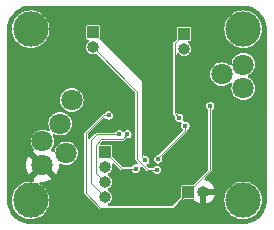
<source format=gbr>
%TF.GenerationSoftware,KiCad,Pcbnew,7.0.2-6a45011f42~172~ubuntu22.04.1*%
%TF.CreationDate,2023-05-25T16:12:51+01:00*%
%TF.ProjectId,module_stspin250,6d6f6475-6c65-45f7-9374-7370696e3235,rev?*%
%TF.SameCoordinates,Original*%
%TF.FileFunction,Copper,L4,Bot*%
%TF.FilePolarity,Positive*%
%FSLAX46Y46*%
G04 Gerber Fmt 4.6, Leading zero omitted, Abs format (unit mm)*
G04 Created by KiCad (PCBNEW 7.0.2-6a45011f42~172~ubuntu22.04.1) date 2023-05-25 16:12:51*
%MOMM*%
%LPD*%
G01*
G04 APERTURE LIST*
%TA.AperFunction,ComponentPad*%
%ADD10R,1.000000X1.000000*%
%TD*%
%TA.AperFunction,ComponentPad*%
%ADD11O,1.000000X1.000000*%
%TD*%
%TA.AperFunction,ComponentPad*%
%ADD12C,1.800000*%
%TD*%
%TA.AperFunction,SMDPad,CuDef*%
%ADD13C,3.000000*%
%TD*%
%TA.AperFunction,ViaPad*%
%ADD14C,0.400000*%
%TD*%
%TA.AperFunction,Conductor*%
%ADD15C,0.100000*%
%TD*%
G04 APERTURE END LIST*
D10*
%TO.P,J4,1,Pin_1*%
%TO.N,VCC*%
X15350000Y2700000D03*
D11*
%TO.P,J4,2,Pin_2*%
%TO.N,GND*%
X16620000Y2700000D03*
%TD*%
D12*
%TO.P,J5,1,Pin_1*%
%TO.N,PWMA*%
X4500000Y8500000D03*
%TD*%
%TO.P,J9,1,Pin_1*%
%TO.N,unconnected-(J9-Pin_1-Pad1)*%
X20000000Y13500000D03*
%TD*%
%TO.P,J7,1,Pin_1*%
%TO.N,+3.3V*%
X5500000Y10500000D03*
%TD*%
%TO.P,J8,1,Pin_1*%
%TO.N,GND*%
X3000000Y5000000D03*
%TD*%
%TO.P,J9,1,Pin_1*%
%TO.N,unconnected-(J9-Pin_1-Pad1)*%
X20000000Y11500000D03*
%TD*%
D10*
%TO.P,J1,1,Pin_1*%
%TO.N,OUTB1*%
X15000000Y16100000D03*
D11*
%TO.P,J1,2,Pin_2*%
%TO.N,OUTB2*%
X15000000Y14830000D03*
%TD*%
D12*
%TO.P,J10,1,Pin_1*%
%TO.N,unconnected-(J10-Pin_1-Pad1)*%
X18200000Y12700000D03*
%TD*%
%TO.P,J11,1,Pin_1*%
%TO.N,unconnected-(J11-Pin_1-Pad1)*%
X3000000Y7000000D03*
%TD*%
D10*
%TO.P,J3,1,Pin_1*%
%TO.N,PWMA*%
X8300000Y6100000D03*
D11*
%TO.P,J3,2,Pin_2*%
%TO.N,PHA*%
X8300000Y4830000D03*
%TO.P,J3,3,Pin_3*%
%TO.N,PWMB*%
X8300000Y3560000D03*
%TO.P,J3,4,Pin_4*%
%TO.N,PHB*%
X8300000Y2290000D03*
%TD*%
D10*
%TO.P,J2,1,Pin_1*%
%TO.N,OUTA1*%
X7250000Y16220000D03*
D11*
%TO.P,J2,2,Pin_2*%
%TO.N,OUTA2*%
X7250000Y14950000D03*
%TD*%
D12*
%TO.P,J6,1,Pin_1*%
%TO.N,PHA*%
X5000000Y6000000D03*
%TD*%
D13*
%TO.P,I8,1,conn*%
%TO.N,unconnected-(I8-conn-Pad1)*%
X20000000Y2000000D03*
%TD*%
%TO.P,I7,1,conn*%
%TO.N,unconnected-(I7-conn-Pad1)*%
X2000000Y2000000D03*
%TD*%
%TO.P,I5,1,conn*%
%TO.N,unconnected-(I5-conn-Pad1)*%
X20000000Y16500000D03*
%TD*%
%TO.P,I6,1,conn*%
%TO.N,unconnected-(I6-conn-Pad1)*%
X2000000Y16500000D03*
%TD*%
D14*
%TO.N,GND*%
X12800000Y6900000D03*
X15100000Y8900000D03*
X12100000Y7600000D03*
X13500000Y7600000D03*
X12800000Y8300000D03*
X12800000Y7600000D03*
%TO.N,VCC*%
X8600000Y9200000D03*
X17200000Y10000000D03*
%TO.N,OUTA1*%
X11700000Y5400000D03*
%TO.N,OUTB1*%
X14600000Y9000000D03*
%TO.N,OUTA2*%
X12700000Y4600000D03*
%TO.N,PWMB*%
X10200000Y7600000D03*
%TO.N,PWMA*%
X10900000Y4700000D03*
%TO.N,PHB*%
X9500000Y7600000D03*
%TO.N,/SENSE*%
X12800000Y5500000D03*
X15100000Y8327558D03*
%TD*%
D15*
%TO.N,VCC*%
X17200000Y10000000D02*
X17200000Y4550000D01*
X8200000Y9200000D02*
X6700000Y7700000D01*
X14050000Y1400000D02*
X15350000Y2700000D01*
X6700000Y2600000D02*
X7900000Y1400000D01*
X17200000Y4550000D02*
X15350000Y2700000D01*
X6700000Y7700000D02*
X6700000Y2600000D01*
X7900000Y1400000D02*
X14050000Y1400000D01*
X8600000Y9200000D02*
X8200000Y9200000D01*
%TO.N,OUTA1*%
X11400000Y12070000D02*
X7250000Y16220000D01*
X11400000Y5700000D02*
X11400000Y12070000D01*
X11700000Y5400000D02*
X11400000Y5700000D01*
%TO.N,OUTB1*%
X14200000Y15300000D02*
X15000000Y16100000D01*
X14200000Y9400000D02*
X14200000Y15300000D01*
X14600000Y9000000D02*
X14200000Y9400000D01*
%TO.N,OUTA2*%
X12700000Y4600000D02*
X11900000Y4600000D01*
X11000000Y11200000D02*
X7250000Y14950000D01*
X11900000Y4600000D02*
X11000000Y5500000D01*
X11000000Y5500000D02*
X11000000Y11200000D01*
%TO.N,PWMB*%
X8000000Y7200000D02*
X7500000Y6700000D01*
X9800000Y7200000D02*
X8000000Y7200000D01*
X10200000Y7600000D02*
X9800000Y7200000D01*
X7500000Y6700000D02*
X7500000Y4360000D01*
X7500000Y4360000D02*
X8300000Y3560000D01*
%TO.N,PWMA*%
X10900000Y4700000D02*
X9700000Y4700000D01*
X9700000Y4700000D02*
X8300000Y6100000D01*
%TO.N,PHB*%
X7100000Y3490000D02*
X8300000Y2290000D01*
X9500000Y7600000D02*
X7600000Y7600000D01*
X7600000Y7600000D02*
X7100000Y7100000D01*
X7100000Y7100000D02*
X7100000Y3490000D01*
%TO.N,/SENSE*%
X12800000Y5600000D02*
X12800000Y5500000D01*
X15100000Y8327558D02*
X15100000Y7900000D01*
X15100000Y7900000D02*
X12800000Y5600000D01*
%TD*%
%TA.AperFunction,Conductor*%
%TO.N,GND*%
G36*
X20004041Y18489236D02*
G01*
X20027062Y18487728D01*
X20251587Y18473012D01*
X20267647Y18470897D01*
X20506955Y18423296D01*
X20522606Y18419102D01*
X20753656Y18340671D01*
X20768634Y18334467D01*
X20987460Y18226554D01*
X21001506Y18218444D01*
X21204372Y18082894D01*
X21217241Y18073020D01*
X21400678Y17912149D01*
X21412147Y17900680D01*
X21573018Y17717243D01*
X21582892Y17704374D01*
X21718442Y17501508D01*
X21726552Y17487462D01*
X21834465Y17268637D01*
X21840672Y17253652D01*
X21919097Y17022620D01*
X21923295Y17006952D01*
X21970894Y16767654D01*
X21973011Y16751574D01*
X21989233Y16504092D01*
X21989499Y16495981D01*
X21989499Y2004052D01*
X21989234Y1995942D01*
X21973011Y1748423D01*
X21970893Y1732341D01*
X21923294Y1493049D01*
X21919096Y1477383D01*
X21840671Y1246350D01*
X21834464Y1231364D01*
X21726552Y1012540D01*
X21718442Y998493D01*
X21582891Y795627D01*
X21573017Y782759D01*
X21412147Y599322D01*
X21400678Y587853D01*
X21217241Y426983D01*
X21204373Y417109D01*
X21001507Y281558D01*
X20987460Y273448D01*
X20768636Y165536D01*
X20753650Y159329D01*
X20522617Y80904D01*
X20506951Y76706D01*
X20267659Y29107D01*
X20251577Y26989D01*
X20004043Y10765D01*
X19995933Y10500D01*
X2004067Y10500D01*
X1995957Y10765D01*
X1748422Y26989D01*
X1732340Y29107D01*
X1493048Y76706D01*
X1477382Y80904D01*
X1246349Y159329D01*
X1231363Y165536D01*
X1012539Y273448D01*
X998492Y281558D01*
X814374Y404582D01*
X795625Y417110D01*
X782758Y426983D01*
X599321Y587853D01*
X587852Y599322D01*
X426982Y782759D01*
X417108Y795627D01*
X360311Y880629D01*
X281557Y998493D01*
X273447Y1012540D01*
X225942Y1108871D01*
X165532Y1231371D01*
X159331Y1246343D01*
X80900Y1477394D01*
X76708Y1493037D01*
X29104Y1732353D01*
X26989Y1748414D01*
X10765Y1995958D01*
X10633Y2000000D01*
X404582Y2000000D01*
X407563Y1962119D01*
X424224Y1750421D01*
X482666Y1506989D01*
X543082Y1361134D01*
X578472Y1275695D01*
X709280Y1062237D01*
X871869Y871869D01*
X1062237Y709280D01*
X1275695Y578472D01*
X1446572Y507693D01*
X1506988Y482667D01*
X1583894Y464204D01*
X1750422Y424224D01*
X2000000Y404582D01*
X2249578Y424224D01*
X2493011Y482667D01*
X2724305Y578472D01*
X2937763Y709280D01*
X3128131Y871869D01*
X3290720Y1062237D01*
X3421528Y1275695D01*
X3517333Y1506989D01*
X3575776Y1750422D01*
X3595418Y2000000D01*
X3575776Y2249578D01*
X3529063Y2444153D01*
X3517333Y2493012D01*
X3488611Y2562352D01*
X6559500Y2562352D01*
X6560915Y2559901D01*
X6573298Y2530007D01*
X6574031Y2527272D01*
X6587573Y2513731D01*
X6587573Y2513730D01*
X7774030Y1327273D01*
X7774031Y1327272D01*
X7827271Y1274032D01*
X7827272Y1274031D01*
X7829999Y1273301D01*
X7859902Y1260915D01*
X7862353Y1259500D01*
X7862354Y1259500D01*
X14087645Y1259500D01*
X14087647Y1259500D01*
X14090090Y1260911D01*
X14120001Y1273301D01*
X14122728Y1274031D01*
X14175969Y1327272D01*
X14921878Y2073183D01*
X14983201Y2106667D01*
X15009559Y2109501D01*
X15752319Y2109501D01*
X15819358Y2089816D01*
X15848172Y2064166D01*
X15909472Y1989473D01*
X16061742Y1864507D01*
X16235463Y1771651D01*
X16370000Y1730840D01*
X16370000Y2492328D01*
X16407871Y2447195D01*
X16507129Y2389888D01*
X16591564Y2375000D01*
X16648436Y2375000D01*
X16732871Y2389888D01*
X16832129Y2447195D01*
X16834483Y2450000D01*
X16870000Y2450000D01*
X16870000Y1730841D01*
X17004536Y1771651D01*
X17178257Y1864507D01*
X17330527Y1989473D01*
X17339166Y2000000D01*
X18404582Y2000000D01*
X18407563Y1962119D01*
X18424224Y1750421D01*
X18482666Y1506989D01*
X18543082Y1361134D01*
X18578472Y1275695D01*
X18709280Y1062237D01*
X18871869Y871869D01*
X19062237Y709280D01*
X19275695Y578472D01*
X19446572Y507693D01*
X19506988Y482667D01*
X19583894Y464204D01*
X19750422Y424224D01*
X20000000Y404582D01*
X20249578Y424224D01*
X20493011Y482667D01*
X20724305Y578472D01*
X20937763Y709280D01*
X21128131Y871869D01*
X21290720Y1062237D01*
X21421528Y1275695D01*
X21517333Y1506989D01*
X21575776Y1750422D01*
X21595418Y2000000D01*
X21575776Y2249578D01*
X21529063Y2444153D01*
X21517333Y2493012D01*
X21473550Y2598713D01*
X21421528Y2724305D01*
X21290720Y2937763D01*
X21128131Y3128131D01*
X20937763Y3290720D01*
X20724305Y3421528D01*
X20638866Y3456918D01*
X20493011Y3517334D01*
X20249579Y3575776D01*
X20000000Y3595418D01*
X19750420Y3575776D01*
X19506988Y3517334D01*
X19310078Y3435770D01*
X19277586Y3422311D01*
X19275693Y3421527D01*
X19062238Y3290721D01*
X18871869Y3128131D01*
X18709279Y2937762D01*
X18578473Y2724307D01*
X18482666Y2493012D01*
X18424224Y2249580D01*
X18404582Y2000001D01*
X18404582Y2000000D01*
X17339166Y2000000D01*
X17455493Y2141743D01*
X17548350Y2315466D01*
X17589160Y2449999D01*
X17589160Y2450000D01*
X16870000Y2450000D01*
X16834483Y2450000D01*
X16905801Y2534993D01*
X16945000Y2642694D01*
X16945000Y2757306D01*
X16905801Y2865007D01*
X16834483Y2950000D01*
X17589160Y2950000D01*
X17589160Y2950002D01*
X17548350Y3084535D01*
X17455493Y3258258D01*
X17330527Y3410528D01*
X17178257Y3535494D01*
X17004538Y3628348D01*
X16804346Y3689076D01*
X16805023Y3691311D01*
X16755612Y3711267D01*
X16715257Y3768304D01*
X16712145Y3838105D01*
X16744875Y3896180D01*
X17312427Y4463730D01*
X17312427Y4463731D01*
X17325969Y4477272D01*
X17326700Y4480003D01*
X17339087Y4509908D01*
X17340500Y4512353D01*
X17340500Y4587647D01*
X17340500Y9602226D01*
X17360185Y9669265D01*
X17408205Y9712711D01*
X17408587Y9712905D01*
X17487095Y9791413D01*
X17537500Y9890339D01*
X17554869Y10000000D01*
X17537500Y10109661D01*
X17532681Y10119119D01*
X17487095Y10208588D01*
X17408587Y10287096D01*
X17309660Y10337501D01*
X17199999Y10354870D01*
X17090339Y10337501D01*
X16991412Y10287096D01*
X16912904Y10208588D01*
X16862499Y10109661D01*
X16845130Y10000000D01*
X16862499Y9890340D01*
X16912903Y9791415D01*
X16912904Y9791414D01*
X16912905Y9791413D01*
X16991413Y9712905D01*
X16991794Y9712711D01*
X17042590Y9664738D01*
X17059500Y9602226D01*
X17059500Y4659560D01*
X17039815Y4592521D01*
X17023181Y4571879D01*
X15778120Y3326819D01*
X15716797Y3293334D01*
X15690439Y3290500D01*
X14841086Y3290500D01*
X14814689Y3285250D01*
X14784753Y3265247D01*
X14764751Y3235312D01*
X14759500Y3208914D01*
X14759500Y2359560D01*
X14739815Y2292521D01*
X14723181Y2271879D01*
X14028122Y1576819D01*
X13966799Y1543334D01*
X13940441Y1540500D01*
X8656987Y1540500D01*
X8589948Y1560185D01*
X8544193Y1612989D01*
X8534249Y1682147D01*
X8563274Y1745703D01*
X8586329Y1762329D01*
X8584846Y1764262D01*
X8597796Y1774200D01*
X8597798Y1774200D01*
X8721149Y1868851D01*
X8815800Y1992202D01*
X8875301Y2135849D01*
X8895595Y2290000D01*
X8875301Y2444151D01*
X8826340Y2562352D01*
X8815800Y2587798D01*
X8721150Y2711148D01*
X8597797Y2805801D01*
X8591141Y2808558D01*
X8586598Y2810439D01*
X8532196Y2854279D01*
X8510130Y2920573D01*
X8527408Y2988272D01*
X8578545Y3035883D01*
X8586590Y3039558D01*
X8597798Y3044200D01*
X8721149Y3138851D01*
X8815800Y3262202D01*
X8875301Y3405849D01*
X8895595Y3560000D01*
X8875301Y3714151D01*
X8815800Y3857797D01*
X8815800Y3857798D01*
X8721150Y3981148D01*
X8597797Y4075801D01*
X8591141Y4078558D01*
X8586598Y4080439D01*
X8532196Y4124279D01*
X8510130Y4190573D01*
X8527408Y4258272D01*
X8578545Y4305883D01*
X8586590Y4309558D01*
X8597798Y4314200D01*
X8721149Y4408851D01*
X8815800Y4532202D01*
X8875301Y4675849D01*
X8895595Y4830000D01*
X8875301Y4984151D01*
X8872135Y4991793D01*
X8864667Y5061259D01*
X8895941Y5123739D01*
X8956030Y5159392D01*
X9025855Y5156899D01*
X9074378Y5126925D01*
X9627271Y4574032D01*
X9627272Y4574031D01*
X9629999Y4573301D01*
X9659902Y4560915D01*
X9662353Y4559500D01*
X9681504Y4559500D01*
X10502225Y4559500D01*
X10569264Y4539815D01*
X10612709Y4491796D01*
X10612904Y4491413D01*
X10691412Y4412905D01*
X10790339Y4362500D01*
X10899999Y4345131D01*
X10899999Y4345132D01*
X10900000Y4345131D01*
X11009661Y4362500D01*
X11108587Y4412905D01*
X11187095Y4491413D01*
X11237500Y4590339D01*
X11254869Y4700000D01*
X11249373Y4734695D01*
X11258328Y4803989D01*
X11303324Y4857441D01*
X11370076Y4878081D01*
X11437389Y4859357D01*
X11459528Y4841775D01*
X11827271Y4474032D01*
X11827272Y4474031D01*
X11829999Y4473301D01*
X11859902Y4460915D01*
X11862353Y4459500D01*
X11881504Y4459500D01*
X12302225Y4459500D01*
X12369264Y4439815D01*
X12412709Y4391796D01*
X12412904Y4391413D01*
X12491412Y4312905D01*
X12568297Y4273731D01*
X12590339Y4262500D01*
X12700000Y4245131D01*
X12809661Y4262500D01*
X12908587Y4312905D01*
X12987095Y4391413D01*
X13037500Y4490339D01*
X13054869Y4600000D01*
X13037500Y4709661D01*
X13021787Y4740500D01*
X12987095Y4808588D01*
X12908588Y4887095D01*
X12836540Y4923805D01*
X12785744Y4971780D01*
X12768949Y5039601D01*
X12791486Y5105735D01*
X12846201Y5149187D01*
X12873429Y5156762D01*
X12909661Y5162500D01*
X13008587Y5212905D01*
X13087095Y5291413D01*
X13137500Y5390339D01*
X13154869Y5500000D01*
X13137500Y5609661D01*
X13134808Y5614943D01*
X13121913Y5683611D01*
X13148189Y5748352D01*
X13157604Y5758909D01*
X15212427Y7813730D01*
X15212426Y7813731D01*
X15219175Y7820480D01*
X15225969Y7827272D01*
X15226699Y7830001D01*
X15239089Y7859910D01*
X15240500Y7862353D01*
X15240500Y7929784D01*
X15260185Y7996823D01*
X15308205Y8040269D01*
X15308587Y8040463D01*
X15387095Y8118971D01*
X15437500Y8217897D01*
X15454869Y8327558D01*
X15437500Y8437219D01*
X15405512Y8500000D01*
X15387095Y8536146D01*
X15308587Y8614654D01*
X15209660Y8665059D01*
X15099998Y8682428D01*
X15048365Y8674250D01*
X14979072Y8683205D01*
X14925620Y8728201D01*
X14904981Y8794953D01*
X14918483Y8853017D01*
X14937500Y8890339D01*
X14954869Y9000000D01*
X14937500Y9109661D01*
X14901918Y9179495D01*
X14887095Y9208588D01*
X14808587Y9287096D01*
X14709660Y9337501D01*
X14599999Y9354870D01*
X14527584Y9343400D01*
X14458291Y9352355D01*
X14420504Y9378193D01*
X14376818Y9421880D01*
X14343333Y9483203D01*
X14340500Y9509560D01*
X14340500Y12700000D01*
X17204707Y12700000D01*
X17223831Y12505827D01*
X17280468Y12319119D01*
X17360566Y12169268D01*
X17372444Y12147045D01*
X17496222Y11996222D01*
X17647045Y11872444D01*
X17819118Y11780469D01*
X18005828Y11723831D01*
X18200000Y11704707D01*
X18394172Y11723831D01*
X18580882Y11780469D01*
X18752955Y11872444D01*
X18869639Y11968205D01*
X18933945Y11995517D01*
X19002812Y11983726D01*
X19054373Y11936575D01*
X19072257Y11869033D01*
X19066962Y11836356D01*
X19023830Y11694171D01*
X19004707Y11500000D01*
X19023831Y11305827D01*
X19080468Y11119119D01*
X19095797Y11090441D01*
X19172444Y10947045D01*
X19296222Y10796222D01*
X19447045Y10672444D01*
X19619118Y10580469D01*
X19805828Y10523831D01*
X20000000Y10504707D01*
X20194172Y10523831D01*
X20380882Y10580469D01*
X20552955Y10672444D01*
X20703778Y10796222D01*
X20827556Y10947045D01*
X20919531Y11119118D01*
X20976169Y11305828D01*
X20995293Y11500000D01*
X20976169Y11694172D01*
X20919531Y11880882D01*
X20827556Y12052955D01*
X20703778Y12203778D01*
X20552955Y12327556D01*
X20434928Y12390643D01*
X20385085Y12439604D01*
X20369624Y12507742D01*
X20393455Y12573421D01*
X20434929Y12609358D01*
X20434933Y12609360D01*
X20552955Y12672444D01*
X20703778Y12796222D01*
X20827556Y12947045D01*
X20919531Y13119118D01*
X20976169Y13305828D01*
X20995293Y13500000D01*
X20976169Y13694172D01*
X20919531Y13880882D01*
X20827556Y14052955D01*
X20703778Y14203778D01*
X20552955Y14327556D01*
X20452467Y14381268D01*
X20380881Y14419532D01*
X20194173Y14476169D01*
X20097085Y14485731D01*
X20000000Y14495293D01*
X19999999Y14495293D01*
X19805826Y14476169D01*
X19619118Y14419532D01*
X19447046Y14327557D01*
X19296222Y14203778D01*
X19172443Y14052954D01*
X19080468Y13880882D01*
X19023831Y13694174D01*
X19011129Y13565210D01*
X18984968Y13500422D01*
X18927933Y13460064D01*
X18858133Y13456947D01*
X18809061Y13481511D01*
X18752954Y13527557D01*
X18580881Y13619532D01*
X18394173Y13676169D01*
X18297085Y13685731D01*
X18200000Y13695293D01*
X18199999Y13695293D01*
X18005826Y13676169D01*
X17819118Y13619532D01*
X17647046Y13527557D01*
X17496222Y13403778D01*
X17372443Y13252954D01*
X17280468Y13080882D01*
X17223831Y12894174D01*
X17204707Y12700000D01*
X14340500Y12700000D01*
X14340500Y14354184D01*
X14360185Y14421223D01*
X14412989Y14466978D01*
X14482147Y14476922D01*
X14545703Y14447897D01*
X14562876Y14429670D01*
X14569357Y14421223D01*
X14578851Y14408851D01*
X14702202Y14314200D01*
X14845849Y14254699D01*
X15000000Y14234405D01*
X15154151Y14254699D01*
X15297798Y14314200D01*
X15421149Y14408851D01*
X15515800Y14532202D01*
X15575301Y14675849D01*
X15595595Y14830000D01*
X15575301Y14984151D01*
X15533227Y15085725D01*
X15515800Y15127798D01*
X15421150Y15251148D01*
X15374264Y15287125D01*
X15333062Y15343553D01*
X15328907Y15413299D01*
X15363120Y15474220D01*
X15424837Y15506972D01*
X15449751Y15509501D01*
X15508914Y15509501D01*
X15526511Y15513001D01*
X15535311Y15514751D01*
X15565247Y15534753D01*
X15585249Y15564689D01*
X15590500Y15591087D01*
X15590499Y16500000D01*
X18404582Y16500000D01*
X18424224Y16250421D01*
X18482666Y16006989D01*
X18535450Y15879560D01*
X18578472Y15775695D01*
X18709280Y15562237D01*
X18871869Y15371869D01*
X19062237Y15209280D01*
X19275695Y15078472D01*
X19446572Y15007693D01*
X19506988Y14982667D01*
X19583894Y14964204D01*
X19750422Y14924224D01*
X20000000Y14904582D01*
X20249578Y14924224D01*
X20493011Y14982667D01*
X20724305Y15078472D01*
X20937763Y15209280D01*
X21128131Y15371869D01*
X21290720Y15562237D01*
X21421528Y15775695D01*
X21517333Y16006989D01*
X21575776Y16250422D01*
X21595418Y16500000D01*
X21575776Y16749578D01*
X21517333Y16993011D01*
X21511558Y17006952D01*
X21492307Y17053428D01*
X21421528Y17224305D01*
X21290720Y17437763D01*
X21128131Y17628131D01*
X20937763Y17790720D01*
X20724305Y17921528D01*
X20638866Y17956918D01*
X20493011Y18017334D01*
X20249579Y18075776D01*
X20000000Y18095418D01*
X19750420Y18075776D01*
X19506988Y18017334D01*
X19275693Y17921527D01*
X19062238Y17790721D01*
X18871869Y17628131D01*
X18709279Y17437762D01*
X18578473Y17224307D01*
X18482666Y16993012D01*
X18424224Y16749580D01*
X18404582Y16500000D01*
X15590499Y16500000D01*
X15590499Y16608912D01*
X15585249Y16635311D01*
X15565247Y16665247D01*
X15535311Y16685249D01*
X15508913Y16690500D01*
X14491086Y16690500D01*
X14464689Y16685250D01*
X14434753Y16665247D01*
X14414751Y16635312D01*
X14409500Y16608914D01*
X14409500Y15759560D01*
X14389815Y15692521D01*
X14373181Y15671879D01*
X14127272Y15425969D01*
X14074030Y15372728D01*
X14074030Y15372727D01*
X14073296Y15369988D01*
X14060915Y15340100D01*
X14059501Y15337652D01*
X14059500Y15337648D01*
X14059500Y15337647D01*
X14059500Y15318497D01*
X14059500Y15318496D01*
X14059500Y12363646D01*
X14059499Y9386294D01*
X14059500Y9386284D01*
X14059500Y9362350D01*
X14060915Y9359900D01*
X14073297Y9330008D01*
X14074029Y9327277D01*
X14074030Y9327275D01*
X14074031Y9327272D01*
X14074032Y9327271D01*
X14221808Y9179495D01*
X14255293Y9118172D01*
X14256600Y9072416D01*
X14245130Y9000001D01*
X14262499Y8890340D01*
X14312904Y8791413D01*
X14391412Y8712905D01*
X14490339Y8662500D01*
X14599999Y8645131D01*
X14599999Y8645132D01*
X14600000Y8645131D01*
X14651632Y8653309D01*
X14720925Y8644355D01*
X14774378Y8599359D01*
X14795018Y8532608D01*
X14781516Y8474542D01*
X14762499Y8437220D01*
X14745130Y8327558D01*
X14762499Y8217898D01*
X14812903Y8118973D01*
X14812904Y8118972D01*
X14812905Y8118971D01*
X14878909Y8052967D01*
X14912393Y7991646D01*
X14907409Y7921954D01*
X14878908Y7877606D01*
X12893166Y5891865D01*
X12831843Y5858380D01*
X12819384Y5858025D01*
X12819398Y5857942D01*
X12690338Y5837501D01*
X12591412Y5787096D01*
X12512904Y5708588D01*
X12462499Y5609661D01*
X12445130Y5500000D01*
X12462499Y5390340D01*
X12512904Y5291413D01*
X12591412Y5212905D01*
X12663458Y5176196D01*
X12714255Y5128222D01*
X12731050Y5060401D01*
X12708513Y4994266D01*
X12653798Y4950814D01*
X12626563Y4943238D01*
X12590338Y4937501D01*
X12491412Y4887096D01*
X12412904Y4808588D01*
X12412709Y4808204D01*
X12364735Y4757409D01*
X12302225Y4740500D01*
X12009559Y4740500D01*
X11942520Y4760185D01*
X11921878Y4776819D01*
X11815431Y4883266D01*
X11781946Y4944589D01*
X11786930Y5014281D01*
X11828802Y5070214D01*
X11846818Y5081432D01*
X11908587Y5112905D01*
X11987095Y5191413D01*
X11998046Y5212905D01*
X12037500Y5290339D01*
X12054869Y5400000D01*
X12037500Y5509661D01*
X12009462Y5564689D01*
X11987095Y5608588D01*
X11908587Y5687096D01*
X11809660Y5737501D01*
X11700000Y5754870D01*
X11683896Y5752319D01*
X11614602Y5761275D01*
X11561151Y5806273D01*
X11540513Y5873025D01*
X11540500Y5874793D01*
X11540500Y12107646D01*
X11540500Y12107647D01*
X11539085Y12110098D01*
X11526699Y12140001D01*
X11525969Y12142728D01*
X11472728Y12195969D01*
X7876818Y15791879D01*
X7843333Y15853202D01*
X7840499Y15879560D01*
X7840499Y16728914D01*
X7835249Y16755311D01*
X7827002Y16767654D01*
X7815247Y16785247D01*
X7785311Y16805249D01*
X7758913Y16810500D01*
X6741086Y16810500D01*
X6714689Y16805250D01*
X6684753Y16785247D01*
X6664751Y16755312D01*
X6659500Y16728914D01*
X6659500Y15711087D01*
X6664750Y15684690D01*
X6664751Y15684689D01*
X6684753Y15654753D01*
X6714689Y15634751D01*
X6741087Y15629500D01*
X6800249Y15629501D01*
X6867286Y15609817D01*
X6913042Y15557014D01*
X6922986Y15487856D01*
X6893962Y15424300D01*
X6875735Y15407126D01*
X6828851Y15371151D01*
X6734199Y15247798D01*
X6674699Y15104151D01*
X6654404Y14950001D01*
X6657798Y14924225D01*
X6674699Y14795849D01*
X6734200Y14652202D01*
X6828851Y14528851D01*
X6952202Y14434200D01*
X7095849Y14374699D01*
X7250000Y14354405D01*
X7404151Y14374699D01*
X7484904Y14408149D01*
X7554369Y14415617D01*
X7616849Y14384343D01*
X7620035Y14381268D01*
X10823181Y11178122D01*
X10856666Y11116799D01*
X10859500Y11090441D01*
X10859500Y5462352D01*
X10860915Y5459901D01*
X10873298Y5430007D01*
X10874031Y5427272D01*
X10887573Y5413731D01*
X10887573Y5413730D01*
X10998714Y5302589D01*
X11041774Y5259529D01*
X11075259Y5198206D01*
X11070275Y5128514D01*
X11028403Y5072581D01*
X10962939Y5048164D01*
X10934696Y5049374D01*
X10899998Y5054870D01*
X10790339Y5037501D01*
X10691412Y4987096D01*
X10612904Y4908588D01*
X10612709Y4908204D01*
X10564735Y4857409D01*
X10502225Y4840500D01*
X9809559Y4840500D01*
X9742520Y4860185D01*
X9721878Y4876819D01*
X8926818Y5671879D01*
X8893333Y5733202D01*
X8890499Y5759560D01*
X8890499Y6608914D01*
X8885249Y6635311D01*
X8865247Y6665247D01*
X8835311Y6685249D01*
X8808914Y6690500D01*
X7988557Y6690500D01*
X7921518Y6710185D01*
X7875763Y6762989D01*
X7865819Y6832147D01*
X7894844Y6895703D01*
X7900840Y6902144D01*
X8021880Y7023184D01*
X8083202Y7056666D01*
X8109559Y7059500D01*
X9837645Y7059500D01*
X9837647Y7059500D01*
X9840090Y7060911D01*
X9870001Y7073301D01*
X9872728Y7074031D01*
X9925969Y7127272D01*
X9925968Y7127272D01*
X10020506Y7221811D01*
X10081827Y7255294D01*
X10127583Y7256601D01*
X10200000Y7245131D01*
X10309661Y7262500D01*
X10408587Y7312905D01*
X10487095Y7391413D01*
X10537500Y7490339D01*
X10554869Y7600000D01*
X10537500Y7709661D01*
X10521991Y7740100D01*
X10487095Y7808588D01*
X10408587Y7887096D01*
X10309660Y7937501D01*
X10200000Y7954870D01*
X10090339Y7937501D01*
X9991412Y7887096D01*
X9937681Y7833364D01*
X9876358Y7799879D01*
X9806666Y7804863D01*
X9762319Y7833364D01*
X9708587Y7887096D01*
X9609660Y7937501D01*
X9500000Y7954870D01*
X9390339Y7937501D01*
X9291412Y7887096D01*
X9212904Y7808588D01*
X9212709Y7808204D01*
X9164735Y7757409D01*
X9102225Y7740500D01*
X7637647Y7740500D01*
X7562353Y7740500D01*
X7562352Y7740500D01*
X7562348Y7740499D01*
X7559900Y7739085D01*
X7530014Y7726705D01*
X7527277Y7725972D01*
X7527268Y7725966D01*
X7455151Y7653855D01*
X7455143Y7653841D01*
X7052180Y7250879D01*
X6990857Y7217394D01*
X6921165Y7222378D01*
X6865232Y7264250D01*
X6840815Y7329714D01*
X6840499Y7338560D01*
X6840499Y7590441D01*
X6860184Y7657480D01*
X6876818Y7678122D01*
X7504524Y8305828D01*
X8163829Y8965133D01*
X8225148Y8998615D01*
X8294840Y8993631D01*
X8339187Y8965130D01*
X8391412Y8912905D01*
X8454262Y8880882D01*
X8490339Y8862500D01*
X8600000Y8845131D01*
X8709661Y8862500D01*
X8808587Y8912905D01*
X8887095Y8991413D01*
X8937500Y9090339D01*
X8954869Y9200000D01*
X8937500Y9309661D01*
X8926665Y9330926D01*
X8887095Y9408588D01*
X8808587Y9487096D01*
X8709660Y9537501D01*
X8600000Y9554870D01*
X8490339Y9537501D01*
X8391412Y9487096D01*
X8312904Y9408588D01*
X8312709Y9408204D01*
X8264735Y9357409D01*
X8202225Y9340500D01*
X8162353Y9340500D01*
X8162352Y9340500D01*
X8162348Y9340499D01*
X8159900Y9339085D01*
X8130012Y9326704D01*
X8127273Y9325970D01*
X8127271Y9325969D01*
X8113732Y9312429D01*
X6574033Y7772733D01*
X6574030Y7772727D01*
X6573296Y7769988D01*
X6560915Y7740100D01*
X6559501Y7737652D01*
X6559500Y7737646D01*
X6559500Y2562352D01*
X3488611Y2562352D01*
X3473550Y2598713D01*
X3421528Y2724305D01*
X3290720Y2937763D01*
X3128131Y3128131D01*
X2937763Y3290720D01*
X2848934Y3345155D01*
X2807577Y3370499D01*
X2760702Y3422311D01*
X2749279Y3491241D01*
X2776937Y3555403D01*
X2834892Y3594428D01*
X2873718Y3597176D01*
X2873718Y3600000D01*
X3116007Y3600000D01*
X3344859Y3638189D01*
X3564296Y3713522D01*
X3768353Y3823952D01*
X3798798Y3847649D01*
X3209220Y4437227D01*
X3302588Y4475901D01*
X3427925Y4572075D01*
X3524099Y4697411D01*
X3562773Y4790780D01*
X4151186Y4202366D01*
X4235483Y4331393D01*
X4328680Y4543862D01*
X4385638Y4768783D01*
X4404688Y4998670D01*
X4429841Y5063855D01*
X4486243Y5105093D01*
X4555986Y5109291D01*
X4586715Y5097789D01*
X4619118Y5080469D01*
X4805828Y5023831D01*
X5000000Y5004707D01*
X5194172Y5023831D01*
X5380882Y5080469D01*
X5552955Y5172444D01*
X5703778Y5296222D01*
X5827556Y5447045D01*
X5919531Y5619118D01*
X5976169Y5805828D01*
X5995293Y6000000D01*
X5976169Y6194172D01*
X5919531Y6380882D01*
X5827556Y6552955D01*
X5703778Y6703778D01*
X5552955Y6827556D01*
X5509321Y6850879D01*
X5380881Y6919532D01*
X5194173Y6976169D01*
X5097085Y6985731D01*
X5000000Y6995293D01*
X4999999Y6995293D01*
X4805826Y6976169D01*
X4619118Y6919532D01*
X4447046Y6827557D01*
X4296222Y6703778D01*
X4172443Y6552954D01*
X4080468Y6380882D01*
X4022977Y6191361D01*
X3984679Y6132923D01*
X3920867Y6104466D01*
X3851800Y6115027D01*
X3828155Y6129503D01*
X3769181Y6175404D01*
X3728368Y6232115D01*
X3724693Y6301888D01*
X3749487Y6351919D01*
X3827556Y6447045D01*
X3919531Y6619118D01*
X3976169Y6805828D01*
X3995293Y7000000D01*
X3976169Y7194172D01*
X3919531Y7380882D01*
X3883042Y7449147D01*
X3868801Y7517549D01*
X3893801Y7582793D01*
X3950106Y7624163D01*
X4019840Y7628525D01*
X4050853Y7616958D01*
X4119118Y7580469D01*
X4305828Y7523831D01*
X4500000Y7504707D01*
X4694172Y7523831D01*
X4880882Y7580469D01*
X5052955Y7672444D01*
X5203778Y7796222D01*
X5327556Y7947045D01*
X5419531Y8119118D01*
X5476169Y8305828D01*
X5495293Y8500000D01*
X5476169Y8694172D01*
X5419531Y8880882D01*
X5327556Y9052955D01*
X5203778Y9203778D01*
X5052955Y9327556D01*
X5028740Y9340499D01*
X4880881Y9419532D01*
X4694173Y9476169D01*
X4583227Y9487096D01*
X4500000Y9495293D01*
X4499999Y9495293D01*
X4305826Y9476169D01*
X4119118Y9419532D01*
X3947046Y9327557D01*
X3796222Y9203778D01*
X3672443Y9052954D01*
X3580468Y8880882D01*
X3523831Y8694174D01*
X3504707Y8500000D01*
X3523831Y8305827D01*
X3550504Y8217897D01*
X3580469Y8119118D01*
X3616957Y8050854D01*
X3631198Y7982452D01*
X3606198Y7917208D01*
X3549892Y7875838D01*
X3480159Y7871476D01*
X3449148Y7883042D01*
X3380882Y7919531D01*
X3380879Y7919532D01*
X3380877Y7919533D01*
X3194173Y7976169D01*
X3037029Y7991646D01*
X3000000Y7995293D01*
X2999999Y7995293D01*
X2805826Y7976169D01*
X2619118Y7919532D01*
X2447046Y7827557D01*
X2296222Y7703778D01*
X2172443Y7552954D01*
X2080468Y7380882D01*
X2023831Y7194174D01*
X2004707Y7000000D01*
X2023831Y6805827D01*
X2080468Y6619119D01*
X2172443Y6447046D01*
X2250509Y6351923D01*
X2277822Y6287613D01*
X2266031Y6218746D01*
X2230815Y6175402D01*
X2201200Y6152354D01*
X2201200Y6152353D01*
X2790779Y5562774D01*
X2697412Y5524099D01*
X2572075Y5427925D01*
X2475901Y5302589D01*
X2437226Y5209221D01*
X1848812Y5797635D01*
X1764516Y5668610D01*
X1671319Y5456140D01*
X1614361Y5231218D01*
X1595201Y5000001D01*
X1614361Y4768783D01*
X1671319Y4543861D01*
X1764516Y4331391D01*
X1848811Y4202367D01*
X2437226Y4790781D01*
X2475901Y4697412D01*
X2572075Y4572075D01*
X2697412Y4475901D01*
X2790779Y4437228D01*
X2201199Y3847649D01*
X2231652Y3823947D01*
X2250417Y3813792D01*
X2300007Y3764573D01*
X2315115Y3696356D01*
X2290944Y3630800D01*
X2235168Y3588720D01*
X2181671Y3581121D01*
X2000000Y3595418D01*
X1750420Y3575776D01*
X1506988Y3517334D01*
X1310078Y3435770D01*
X1277586Y3422311D01*
X1275693Y3421527D01*
X1062238Y3290721D01*
X871869Y3128131D01*
X709279Y2937762D01*
X578473Y2724307D01*
X482666Y2493012D01*
X424224Y2249580D01*
X404582Y2000001D01*
X404582Y2000000D01*
X10633Y2000000D01*
X10500Y2004067D01*
X10500Y2028074D01*
X10499Y2028080D01*
X10499Y10500000D01*
X4504707Y10500000D01*
X4523831Y10305827D01*
X4580468Y10119119D01*
X4644138Y10000001D01*
X4672444Y9947045D01*
X4796222Y9796222D01*
X4947045Y9672444D01*
X5119118Y9580469D01*
X5305828Y9523831D01*
X5500000Y9504707D01*
X5694172Y9523831D01*
X5880882Y9580469D01*
X6052955Y9672444D01*
X6203778Y9796222D01*
X6327556Y9947045D01*
X6419531Y10119118D01*
X6476169Y10305828D01*
X6495293Y10500000D01*
X6476169Y10694172D01*
X6419531Y10880882D01*
X6327556Y11052955D01*
X6203778Y11203778D01*
X6052955Y11327556D01*
X6009323Y11350878D01*
X5880881Y11419532D01*
X5694173Y11476169D01*
X5597085Y11485731D01*
X5500000Y11495293D01*
X5499999Y11495293D01*
X5305826Y11476169D01*
X5119118Y11419532D01*
X4947046Y11327557D01*
X4796222Y11203778D01*
X4672443Y11052954D01*
X4580468Y10880882D01*
X4523831Y10694174D01*
X4504707Y10500000D01*
X10499Y10500000D01*
X10499Y16495951D01*
X10632Y16500000D01*
X404582Y16500000D01*
X424224Y16250421D01*
X482666Y16006989D01*
X535450Y15879560D01*
X578472Y15775695D01*
X709280Y15562237D01*
X871869Y15371869D01*
X1062237Y15209280D01*
X1275695Y15078472D01*
X1446572Y15007693D01*
X1506988Y14982667D01*
X1583894Y14964204D01*
X1750422Y14924224D01*
X2000000Y14904582D01*
X2249578Y14924224D01*
X2493011Y14982667D01*
X2724305Y15078472D01*
X2937763Y15209280D01*
X3128131Y15371869D01*
X3290720Y15562237D01*
X3421528Y15775695D01*
X3517333Y16006989D01*
X3575776Y16250422D01*
X3595418Y16500000D01*
X3575776Y16749578D01*
X3517333Y16993011D01*
X3511558Y17006952D01*
X3492307Y17053428D01*
X3421528Y17224305D01*
X3290720Y17437763D01*
X3128131Y17628131D01*
X2937763Y17790720D01*
X2724305Y17921528D01*
X2638866Y17956918D01*
X2493011Y18017334D01*
X2249579Y18075776D01*
X2124788Y18085597D01*
X2000000Y18095418D01*
X1999999Y18095418D01*
X1750420Y18075776D01*
X1506988Y18017334D01*
X1275693Y17921527D01*
X1062238Y17790721D01*
X871869Y17628131D01*
X709279Y17437762D01*
X578473Y17224307D01*
X482666Y16993012D01*
X424224Y16749580D01*
X404582Y16500000D01*
X10632Y16500000D01*
X10765Y16504061D01*
X10767Y16504092D01*
X26988Y16751580D01*
X29103Y16767647D01*
X76706Y17006961D01*
X80899Y17022608D01*
X159330Y17253659D01*
X165531Y17268630D01*
X273450Y17487468D01*
X281557Y17501508D01*
X360311Y17619372D01*
X417110Y17704379D01*
X426972Y17717233D01*
X587856Y17900686D01*
X599314Y17912144D01*
X782767Y18073028D01*
X795621Y18082890D01*
X998490Y18218443D01*
X1012532Y18226550D01*
X1231370Y18334469D01*
X1246341Y18340670D01*
X1477392Y18419101D01*
X1493039Y18423294D01*
X1732353Y18470897D01*
X1748405Y18473011D01*
X1995970Y18489237D01*
X2004051Y18489501D01*
X19995932Y18489501D01*
X20004041Y18489236D01*
G37*
%TD.AperFunction*%
%TD*%
M02*

</source>
